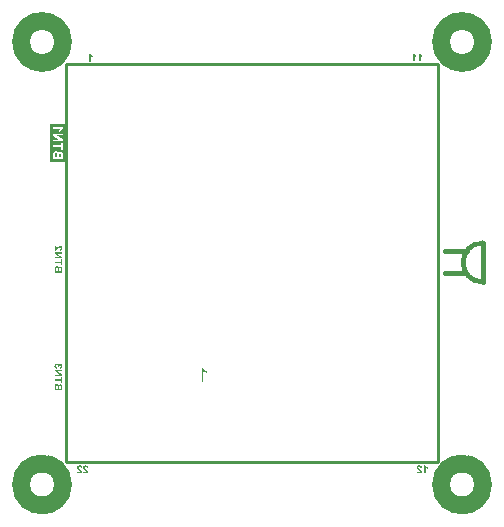
<source format=gbo>
G04*
G04 #@! TF.GenerationSoftware,Altium Limited,Altium Designer,19.0.15 (446)*
G04*
G04 Layer_Color=13813960*
%FSLAX25Y25*%
%MOIN*%
G70*
G01*
G75*
%ADD11C,0.01000*%
%ADD12C,0.06000*%
%ADD90C,0.01500*%
G36*
X-62087Y-40100D02*
X-67300D01*
Y-27200D01*
X-62087D01*
Y-40100D01*
D02*
G37*
G36*
X-64997Y-107210D02*
X-64955Y-107213D01*
X-64878Y-107227D01*
X-64811Y-107249D01*
X-64753Y-107274D01*
X-64728Y-107285D01*
X-64706Y-107299D01*
X-64687Y-107310D01*
X-64670Y-107318D01*
X-64659Y-107330D01*
X-64650Y-107335D01*
X-64645Y-107338D01*
X-64642Y-107341D01*
X-64612Y-107366D01*
X-64584Y-107393D01*
X-64540Y-107449D01*
X-64501Y-107507D01*
X-64473Y-107565D01*
X-64454Y-107612D01*
X-64446Y-107634D01*
X-64440Y-107654D01*
X-64434Y-107668D01*
X-64432Y-107679D01*
X-64429Y-107687D01*
Y-107690D01*
X-64390Y-107626D01*
X-64349Y-107568D01*
X-64304Y-107518D01*
X-64260Y-107476D01*
X-64216Y-107440D01*
X-64171Y-107410D01*
X-64127Y-107388D01*
X-64085Y-107368D01*
X-64047Y-107352D01*
X-64008Y-107341D01*
X-63975Y-107332D01*
X-63947Y-107327D01*
X-63925Y-107324D01*
X-63905Y-107321D01*
X-63894D01*
X-63892D01*
X-63847Y-107324D01*
X-63806Y-107330D01*
X-63764Y-107338D01*
X-63725Y-107349D01*
X-63653Y-107379D01*
X-63592Y-107413D01*
X-63565Y-107429D01*
X-63540Y-107446D01*
X-63517Y-107463D01*
X-63501Y-107476D01*
X-63487Y-107487D01*
X-63476Y-107496D01*
X-63470Y-107501D01*
X-63468Y-107504D01*
X-63426Y-107546D01*
X-63390Y-107590D01*
X-63360Y-107637D01*
X-63332Y-107687D01*
X-63310Y-107734D01*
X-63290Y-107781D01*
X-63276Y-107828D01*
X-63263Y-107875D01*
X-63254Y-107917D01*
X-63246Y-107956D01*
X-63243Y-107992D01*
X-63238Y-108022D01*
Y-108047D01*
X-63235Y-108066D01*
Y-108083D01*
X-63238Y-108161D01*
X-63246Y-108233D01*
X-63260Y-108299D01*
X-63274Y-108354D01*
X-63282Y-108379D01*
X-63290Y-108402D01*
X-63296Y-108421D01*
X-63301Y-108438D01*
X-63307Y-108451D01*
X-63313Y-108460D01*
X-63315Y-108465D01*
Y-108468D01*
X-63349Y-108529D01*
X-63385Y-108582D01*
X-63421Y-108626D01*
X-63457Y-108662D01*
X-63487Y-108692D01*
X-63515Y-108715D01*
X-63531Y-108726D01*
X-63534Y-108731D01*
X-63537D01*
X-63592Y-108764D01*
X-63653Y-108792D01*
X-63714Y-108817D01*
X-63775Y-108836D01*
X-63828Y-108853D01*
X-63850Y-108859D01*
X-63869Y-108864D01*
X-63886Y-108867D01*
X-63897Y-108870D01*
X-63905Y-108872D01*
X-63908D01*
X-63983Y-108421D01*
X-63925Y-108410D01*
X-63872Y-108396D01*
X-63831Y-108379D01*
X-63794Y-108360D01*
X-63767Y-108341D01*
X-63747Y-108327D01*
X-63734Y-108316D01*
X-63731Y-108313D01*
X-63700Y-108277D01*
X-63678Y-108241D01*
X-63664Y-108205D01*
X-63653Y-108172D01*
X-63648Y-108141D01*
X-63642Y-108119D01*
Y-108097D01*
X-63645Y-108050D01*
X-63653Y-108008D01*
X-63667Y-107975D01*
X-63681Y-107945D01*
X-63695Y-107920D01*
X-63709Y-107903D01*
X-63717Y-107892D01*
X-63720Y-107889D01*
X-63750Y-107864D01*
X-63783Y-107845D01*
X-63819Y-107831D01*
X-63850Y-107820D01*
X-63880Y-107814D01*
X-63902Y-107811D01*
X-63919D01*
X-63922D01*
X-63925D01*
X-63980Y-107817D01*
X-64027Y-107828D01*
X-64069Y-107845D01*
X-64105Y-107864D01*
X-64132Y-107886D01*
X-64152Y-107903D01*
X-64163Y-107914D01*
X-64169Y-107920D01*
X-64196Y-107964D01*
X-64218Y-108011D01*
X-64235Y-108061D01*
X-64243Y-108111D01*
X-64249Y-108155D01*
Y-108174D01*
X-64252Y-108191D01*
Y-108224D01*
X-64650Y-108277D01*
X-64637Y-108230D01*
X-64628Y-108186D01*
X-64620Y-108150D01*
X-64617Y-108116D01*
X-64614Y-108089D01*
X-64612Y-108069D01*
Y-108053D01*
X-64617Y-108000D01*
X-64628Y-107953D01*
X-64648Y-107911D01*
X-64667Y-107875D01*
X-64687Y-107848D01*
X-64706Y-107825D01*
X-64717Y-107814D01*
X-64723Y-107809D01*
X-64767Y-107775D01*
X-64814Y-107751D01*
X-64864Y-107734D01*
X-64911Y-107720D01*
X-64952Y-107715D01*
X-64969Y-107712D01*
X-64986D01*
X-65000Y-107709D01*
X-65008D01*
X-65013D01*
X-65016D01*
X-65085Y-107715D01*
X-65146Y-107726D01*
X-65199Y-107742D01*
X-65243Y-107762D01*
X-65279Y-107781D01*
X-65304Y-107798D01*
X-65321Y-107809D01*
X-65326Y-107814D01*
X-65365Y-107856D01*
X-65393Y-107900D01*
X-65412Y-107942D01*
X-65426Y-107983D01*
X-65434Y-108019D01*
X-65437Y-108047D01*
X-65440Y-108058D01*
Y-108072D01*
X-65437Y-108122D01*
X-65426Y-108169D01*
X-65409Y-108210D01*
X-65393Y-108246D01*
X-65376Y-108274D01*
X-65360Y-108296D01*
X-65349Y-108307D01*
X-65346Y-108313D01*
X-65307Y-108346D01*
X-65260Y-108374D01*
X-65215Y-108396D01*
X-65168Y-108410D01*
X-65130Y-108424D01*
X-65096Y-108429D01*
X-65083Y-108432D01*
X-65074Y-108435D01*
X-65069D01*
X-65066D01*
X-65124Y-108908D01*
X-65182Y-108900D01*
X-65241Y-108886D01*
X-65293Y-108870D01*
X-65343Y-108853D01*
X-65390Y-108831D01*
X-65432Y-108809D01*
X-65470Y-108787D01*
X-65506Y-108764D01*
X-65540Y-108739D01*
X-65567Y-108720D01*
X-65592Y-108698D01*
X-65612Y-108681D01*
X-65628Y-108668D01*
X-65639Y-108656D01*
X-65645Y-108648D01*
X-65648Y-108645D01*
X-65684Y-108601D01*
X-65714Y-108554D01*
X-65739Y-108507D01*
X-65764Y-108457D01*
X-65783Y-108410D01*
X-65797Y-108363D01*
X-65811Y-108316D01*
X-65822Y-108271D01*
X-65830Y-108230D01*
X-65836Y-108191D01*
X-65842Y-108155D01*
X-65844Y-108127D01*
Y-108102D01*
X-65847Y-108086D01*
Y-108069D01*
X-65844Y-108003D01*
X-65836Y-107936D01*
X-65825Y-107875D01*
X-65811Y-107817D01*
X-65792Y-107764D01*
X-65772Y-107712D01*
X-65750Y-107665D01*
X-65728Y-107623D01*
X-65709Y-107584D01*
X-65686Y-107551D01*
X-65667Y-107524D01*
X-65648Y-107499D01*
X-65634Y-107479D01*
X-65623Y-107465D01*
X-65614Y-107457D01*
X-65612Y-107454D01*
X-65565Y-107410D01*
X-65517Y-107374D01*
X-65470Y-107341D01*
X-65421Y-107313D01*
X-65373Y-107288D01*
X-65326Y-107269D01*
X-65279Y-107252D01*
X-65235Y-107238D01*
X-65193Y-107227D01*
X-65157Y-107221D01*
X-65124Y-107216D01*
X-65094Y-107210D01*
X-65071D01*
X-65052Y-107208D01*
X-65041D01*
X-65038D01*
X-64997Y-107210D01*
D02*
G37*
G36*
X-63243Y-109803D02*
X-64961D01*
X-63243Y-110856D01*
Y-111354D01*
X-65800D01*
Y-110878D01*
X-64121D01*
X-65800Y-109842D01*
Y-109327D01*
X-63243D01*
Y-109803D01*
D02*
G37*
G36*
Y-113720D02*
X-63675D01*
Y-112961D01*
X-65800D01*
Y-112446D01*
X-63675D01*
Y-111692D01*
X-63243D01*
Y-113720D01*
D02*
G37*
G36*
X-64980Y-113983D02*
X-64905Y-113997D01*
X-64842Y-114019D01*
X-64783Y-114041D01*
X-64761Y-114052D01*
X-64739Y-114063D01*
X-64720Y-114075D01*
X-64703Y-114086D01*
X-64692Y-114094D01*
X-64684Y-114099D01*
X-64678Y-114102D01*
X-64675Y-114105D01*
X-64617Y-114155D01*
X-64570Y-114213D01*
X-64529Y-114274D01*
X-64498Y-114329D01*
X-64473Y-114382D01*
X-64465Y-114404D01*
X-64457Y-114424D01*
X-64451Y-114440D01*
X-64446Y-114451D01*
X-64443Y-114460D01*
Y-114462D01*
X-64412Y-114404D01*
X-64376Y-114351D01*
X-64337Y-114307D01*
X-64301Y-114268D01*
X-64268Y-114238D01*
X-64243Y-114216D01*
X-64232Y-114210D01*
X-64224Y-114205D01*
X-64221Y-114199D01*
X-64218D01*
X-64160Y-114166D01*
X-64105Y-114144D01*
X-64049Y-114127D01*
X-63997Y-114113D01*
X-63952Y-114108D01*
X-63936Y-114105D01*
X-63919D01*
X-63905Y-114102D01*
X-63897D01*
X-63892D01*
X-63889D01*
X-63828Y-114105D01*
X-63772Y-114113D01*
X-63720Y-114127D01*
X-63675Y-114141D01*
X-63639Y-114158D01*
X-63612Y-114169D01*
X-63603Y-114174D01*
X-63595Y-114180D01*
X-63592Y-114182D01*
X-63590D01*
X-63542Y-114213D01*
X-63501Y-114246D01*
X-63465Y-114279D01*
X-63432Y-114310D01*
X-63410Y-114338D01*
X-63390Y-114360D01*
X-63379Y-114374D01*
X-63376Y-114376D01*
Y-114379D01*
X-63349Y-114424D01*
X-63326Y-114471D01*
X-63307Y-114515D01*
X-63293Y-114557D01*
X-63282Y-114593D01*
X-63276Y-114620D01*
X-63274Y-114631D01*
X-63271Y-114640D01*
Y-114645D01*
X-63265Y-114676D01*
X-63263Y-114706D01*
X-63254Y-114778D01*
X-63249Y-114853D01*
X-63246Y-114928D01*
Y-114961D01*
X-63243Y-114994D01*
Y-116119D01*
X-65800D01*
Y-115160D01*
X-65797Y-115080D01*
Y-114944D01*
X-65794Y-114886D01*
Y-114836D01*
X-65792Y-114792D01*
Y-114753D01*
X-65789Y-114723D01*
Y-114695D01*
X-65786Y-114673D01*
Y-114656D01*
X-65783Y-114642D01*
Y-114629D01*
X-65772Y-114554D01*
X-65756Y-114487D01*
X-65736Y-114426D01*
X-65714Y-114376D01*
X-65695Y-114338D01*
X-65686Y-114321D01*
X-65681Y-114307D01*
X-65673Y-114296D01*
X-65667Y-114288D01*
X-65664Y-114285D01*
Y-114282D01*
X-65626Y-114232D01*
X-65581Y-114188D01*
X-65537Y-114149D01*
X-65495Y-114119D01*
X-65459Y-114094D01*
X-65429Y-114075D01*
X-65418Y-114069D01*
X-65409Y-114063D01*
X-65404Y-114061D01*
X-65401D01*
X-65337Y-114033D01*
X-65276Y-114014D01*
X-65221Y-113997D01*
X-65168Y-113989D01*
X-65124Y-113983D01*
X-65105Y-113980D01*
X-65091Y-113978D01*
X-65077D01*
X-65069D01*
X-65063D01*
X-65060D01*
X-65019D01*
X-64980Y-113983D01*
D02*
G37*
G36*
X-63892Y-68019D02*
X-63839Y-68025D01*
X-63789Y-68036D01*
X-63739Y-68050D01*
X-63695Y-68067D01*
X-63653Y-68086D01*
X-63614Y-68105D01*
X-63581Y-68125D01*
X-63548Y-68147D01*
X-63520Y-68166D01*
X-63495Y-68186D01*
X-63476Y-68202D01*
X-63462Y-68216D01*
X-63448Y-68227D01*
X-63443Y-68233D01*
X-63440Y-68235D01*
X-63404Y-68277D01*
X-63374Y-68324D01*
X-63346Y-68371D01*
X-63321Y-68418D01*
X-63301Y-68468D01*
X-63285Y-68518D01*
X-63271Y-68565D01*
X-63260Y-68612D01*
X-63252Y-68656D01*
X-63246Y-68698D01*
X-63240Y-68734D01*
X-63238Y-68765D01*
X-63235Y-68792D01*
Y-68828D01*
X-63238Y-68892D01*
X-63243Y-68953D01*
X-63252Y-69011D01*
X-63263Y-69064D01*
X-63276Y-69116D01*
X-63290Y-69163D01*
X-63307Y-69205D01*
X-63324Y-69247D01*
X-63340Y-69283D01*
X-63357Y-69313D01*
X-63371Y-69341D01*
X-63385Y-69363D01*
X-63396Y-69379D01*
X-63404Y-69393D01*
X-63410Y-69402D01*
X-63412Y-69404D01*
X-63448Y-69446D01*
X-63487Y-69482D01*
X-63531Y-69515D01*
X-63578Y-69543D01*
X-63626Y-69568D01*
X-63675Y-69590D01*
X-63722Y-69609D01*
X-63770Y-69626D01*
X-63814Y-69640D01*
X-63855Y-69651D01*
X-63894Y-69659D01*
X-63928Y-69665D01*
X-63955Y-69670D01*
X-63977Y-69673D01*
X-63988Y-69676D01*
X-63994D01*
X-64041Y-69188D01*
X-64002Y-69186D01*
X-63966Y-69180D01*
X-63902Y-69166D01*
X-63850Y-69150D01*
X-63808Y-69133D01*
X-63775Y-69113D01*
X-63753Y-69100D01*
X-63742Y-69089D01*
X-63736Y-69086D01*
X-63706Y-69050D01*
X-63681Y-69008D01*
X-63664Y-68967D01*
X-63653Y-68928D01*
X-63648Y-68892D01*
X-63642Y-68864D01*
Y-68839D01*
X-63645Y-68784D01*
X-63656Y-68737D01*
X-63670Y-68695D01*
X-63687Y-68659D01*
X-63703Y-68632D01*
X-63717Y-68612D01*
X-63728Y-68598D01*
X-63731Y-68595D01*
X-63767Y-68565D01*
X-63808Y-68543D01*
X-63850Y-68529D01*
X-63889Y-68518D01*
X-63928Y-68512D01*
X-63955Y-68507D01*
X-63966D01*
X-63975D01*
X-63980D01*
X-63983D01*
X-64038Y-68512D01*
X-64094Y-68524D01*
X-64144Y-68540D01*
X-64188Y-68557D01*
X-64227Y-68576D01*
X-64257Y-68593D01*
X-64268Y-68601D01*
X-64276Y-68604D01*
X-64279Y-68609D01*
X-64282D01*
X-64304Y-68626D01*
X-64332Y-68648D01*
X-64362Y-68676D01*
X-64393Y-68704D01*
X-64462Y-68770D01*
X-64531Y-68842D01*
X-64565Y-68875D01*
X-64598Y-68909D01*
X-64626Y-68936D01*
X-64650Y-68964D01*
X-64670Y-68986D01*
X-64687Y-69003D01*
X-64697Y-69014D01*
X-64700Y-69017D01*
X-64770Y-69091D01*
X-64836Y-69158D01*
X-64900Y-69222D01*
X-64958Y-69277D01*
X-65011Y-69327D01*
X-65063Y-69371D01*
X-65108Y-69413D01*
X-65149Y-69446D01*
X-65188Y-69476D01*
X-65218Y-69501D01*
X-65249Y-69524D01*
X-65271Y-69540D01*
X-65288Y-69551D01*
X-65301Y-69562D01*
X-65310Y-69565D01*
X-65312Y-69568D01*
X-65398Y-69615D01*
X-65484Y-69651D01*
X-65567Y-69681D01*
X-65642Y-69704D01*
X-65675Y-69712D01*
X-65706Y-69717D01*
X-65733Y-69723D01*
X-65756Y-69728D01*
X-65775Y-69731D01*
X-65789D01*
X-65797Y-69734D01*
X-65800D01*
Y-68017D01*
X-65346D01*
Y-68992D01*
X-65299Y-68958D01*
X-65276Y-68942D01*
X-65254Y-68928D01*
X-65238Y-68914D01*
X-65224Y-68903D01*
X-65215Y-68895D01*
X-65213Y-68892D01*
X-65199Y-68878D01*
X-65180Y-68862D01*
X-65160Y-68842D01*
X-65138Y-68820D01*
X-65091Y-68773D01*
X-65044Y-68723D01*
X-65000Y-68676D01*
X-64980Y-68654D01*
X-64964Y-68634D01*
X-64950Y-68621D01*
X-64938Y-68609D01*
X-64933Y-68601D01*
X-64930Y-68598D01*
X-64891Y-68557D01*
X-64855Y-68518D01*
X-64819Y-68482D01*
X-64789Y-68449D01*
X-64758Y-68421D01*
X-64734Y-68393D01*
X-64709Y-68371D01*
X-64687Y-68349D01*
X-64650Y-68318D01*
X-64626Y-68294D01*
X-64609Y-68283D01*
X-64603Y-68277D01*
X-64540Y-68230D01*
X-64479Y-68188D01*
X-64423Y-68155D01*
X-64376Y-68127D01*
X-64335Y-68108D01*
X-64318Y-68100D01*
X-64304Y-68091D01*
X-64293Y-68086D01*
X-64282Y-68083D01*
X-64279Y-68080D01*
X-64276D01*
X-64218Y-68058D01*
X-64160Y-68044D01*
X-64105Y-68033D01*
X-64052Y-68025D01*
X-64011Y-68019D01*
X-63991D01*
X-63977Y-68017D01*
X-63964D01*
X-63955D01*
X-63950D01*
X-63947D01*
X-63892Y-68019D01*
D02*
G37*
G36*
X-63243Y-70584D02*
X-64961D01*
X-63243Y-71637D01*
Y-72136D01*
X-65800D01*
Y-71659D01*
X-64121D01*
X-65800Y-70623D01*
Y-70108D01*
X-63243D01*
Y-70584D01*
D02*
G37*
G36*
Y-74501D02*
X-63675D01*
Y-73742D01*
X-65800D01*
Y-73227D01*
X-63675D01*
Y-72474D01*
X-63243D01*
Y-74501D01*
D02*
G37*
G36*
X-64980Y-74764D02*
X-64905Y-74778D01*
X-64842Y-74800D01*
X-64783Y-74822D01*
X-64761Y-74834D01*
X-64739Y-74845D01*
X-64720Y-74856D01*
X-64703Y-74867D01*
X-64692Y-74875D01*
X-64684Y-74881D01*
X-64678Y-74883D01*
X-64675Y-74886D01*
X-64617Y-74936D01*
X-64570Y-74994D01*
X-64529Y-75055D01*
X-64498Y-75111D01*
X-64473Y-75163D01*
X-64465Y-75185D01*
X-64457Y-75205D01*
X-64451Y-75221D01*
X-64446Y-75232D01*
X-64443Y-75241D01*
Y-75244D01*
X-64412Y-75185D01*
X-64376Y-75133D01*
X-64337Y-75088D01*
X-64301Y-75050D01*
X-64268Y-75019D01*
X-64243Y-74997D01*
X-64232Y-74992D01*
X-64224Y-74986D01*
X-64221Y-74980D01*
X-64218D01*
X-64160Y-74947D01*
X-64105Y-74925D01*
X-64049Y-74908D01*
X-63997Y-74894D01*
X-63952Y-74889D01*
X-63936Y-74886D01*
X-63919D01*
X-63905Y-74883D01*
X-63897D01*
X-63892D01*
X-63889D01*
X-63828Y-74886D01*
X-63772Y-74894D01*
X-63720Y-74908D01*
X-63675Y-74922D01*
X-63639Y-74939D01*
X-63612Y-74950D01*
X-63603Y-74955D01*
X-63595Y-74961D01*
X-63592Y-74964D01*
X-63590D01*
X-63542Y-74994D01*
X-63501Y-75028D01*
X-63465Y-75061D01*
X-63432Y-75091D01*
X-63410Y-75119D01*
X-63390Y-75141D01*
X-63379Y-75155D01*
X-63376Y-75158D01*
Y-75160D01*
X-63349Y-75205D01*
X-63326Y-75252D01*
X-63307Y-75296D01*
X-63293Y-75338D01*
X-63282Y-75374D01*
X-63276Y-75401D01*
X-63274Y-75412D01*
X-63271Y-75421D01*
Y-75426D01*
X-63265Y-75457D01*
X-63263Y-75487D01*
X-63254Y-75559D01*
X-63249Y-75634D01*
X-63246Y-75709D01*
Y-75742D01*
X-63243Y-75775D01*
Y-76900D01*
X-65800D01*
Y-75942D01*
X-65797Y-75861D01*
Y-75726D01*
X-65794Y-75667D01*
Y-75617D01*
X-65792Y-75573D01*
Y-75534D01*
X-65789Y-75504D01*
Y-75476D01*
X-65786Y-75454D01*
Y-75437D01*
X-65783Y-75424D01*
Y-75410D01*
X-65772Y-75335D01*
X-65756Y-75269D01*
X-65736Y-75208D01*
X-65714Y-75158D01*
X-65695Y-75119D01*
X-65686Y-75102D01*
X-65681Y-75088D01*
X-65673Y-75077D01*
X-65667Y-75069D01*
X-65664Y-75066D01*
Y-75064D01*
X-65626Y-75014D01*
X-65581Y-74969D01*
X-65537Y-74931D01*
X-65495Y-74900D01*
X-65459Y-74875D01*
X-65429Y-74856D01*
X-65418Y-74850D01*
X-65409Y-74845D01*
X-65404Y-74842D01*
X-65401D01*
X-65337Y-74814D01*
X-65276Y-74795D01*
X-65221Y-74778D01*
X-65168Y-74770D01*
X-65124Y-74764D01*
X-65105Y-74762D01*
X-65091Y-74759D01*
X-65077D01*
X-65069D01*
X-65063D01*
X-65060D01*
X-65019D01*
X-64980Y-74764D01*
D02*
G37*
G36*
X-16321Y-108704D02*
X-16243Y-108819D01*
X-16154Y-108928D01*
X-16066Y-109022D01*
X-15988Y-109110D01*
X-15952Y-109141D01*
X-15926Y-109172D01*
X-15900Y-109198D01*
X-15879Y-109214D01*
X-15868Y-109224D01*
X-15863Y-109230D01*
X-15723Y-109349D01*
X-15572Y-109453D01*
X-15426Y-109552D01*
X-15291Y-109635D01*
X-15234Y-109666D01*
X-15177Y-109698D01*
X-15125Y-109729D01*
X-15083Y-109750D01*
X-15047Y-109765D01*
X-15021Y-109781D01*
X-15005Y-109786D01*
X-15000Y-109791D01*
Y-110358D01*
X-15104Y-110316D01*
X-15213Y-110270D01*
X-15317Y-110218D01*
X-15411Y-110171D01*
X-15494Y-110124D01*
X-15530Y-110108D01*
X-15562Y-110088D01*
X-15588Y-110077D01*
X-15603Y-110067D01*
X-15614Y-110056D01*
X-15619D01*
X-15744Y-109978D01*
X-15853Y-109906D01*
X-15952Y-109838D01*
X-16030Y-109776D01*
X-16097Y-109724D01*
X-16144Y-109687D01*
X-16170Y-109661D01*
X-16180Y-109651D01*
Y-113400D01*
X-16768D01*
Y-108585D01*
X-16388D01*
X-16321Y-108704D01*
D02*
G37*
G36*
X-55442Y-141138D02*
X-55381Y-141143D01*
X-55323Y-141152D01*
X-55270Y-141163D01*
X-55218Y-141176D01*
X-55171Y-141190D01*
X-55129Y-141207D01*
X-55088Y-141224D01*
X-55051Y-141240D01*
X-55021Y-141257D01*
X-54993Y-141271D01*
X-54971Y-141285D01*
X-54955Y-141296D01*
X-54941Y-141304D01*
X-54932Y-141309D01*
X-54930Y-141312D01*
X-54888Y-141348D01*
X-54852Y-141387D01*
X-54819Y-141431D01*
X-54791Y-141479D01*
X-54766Y-141525D01*
X-54744Y-141575D01*
X-54725Y-141622D01*
X-54708Y-141670D01*
X-54694Y-141714D01*
X-54683Y-141755D01*
X-54675Y-141794D01*
X-54669Y-141827D01*
X-54664Y-141855D01*
X-54661Y-141877D01*
X-54658Y-141888D01*
Y-141894D01*
X-55146Y-141941D01*
X-55149Y-141902D01*
X-55154Y-141866D01*
X-55168Y-141803D01*
X-55185Y-141750D01*
X-55201Y-141708D01*
X-55221Y-141675D01*
X-55234Y-141653D01*
X-55245Y-141642D01*
X-55248Y-141636D01*
X-55284Y-141606D01*
X-55326Y-141581D01*
X-55367Y-141564D01*
X-55406Y-141553D01*
X-55442Y-141548D01*
X-55470Y-141542D01*
X-55495D01*
X-55550Y-141545D01*
X-55597Y-141556D01*
X-55639Y-141570D01*
X-55675Y-141586D01*
X-55703Y-141603D01*
X-55722Y-141617D01*
X-55736Y-141628D01*
X-55739Y-141631D01*
X-55769Y-141667D01*
X-55791Y-141708D01*
X-55805Y-141750D01*
X-55816Y-141789D01*
X-55822Y-141827D01*
X-55827Y-141855D01*
Y-141866D01*
Y-141875D01*
Y-141880D01*
Y-141883D01*
X-55822Y-141938D01*
X-55810Y-141994D01*
X-55794Y-142043D01*
X-55777Y-142088D01*
X-55758Y-142127D01*
X-55741Y-142157D01*
X-55733Y-142168D01*
X-55730Y-142176D01*
X-55725Y-142179D01*
Y-142182D01*
X-55708Y-142204D01*
X-55686Y-142232D01*
X-55658Y-142262D01*
X-55630Y-142293D01*
X-55564Y-142362D01*
X-55492Y-142431D01*
X-55459Y-142465D01*
X-55426Y-142498D01*
X-55398Y-142525D01*
X-55370Y-142551D01*
X-55348Y-142570D01*
X-55331Y-142587D01*
X-55320Y-142597D01*
X-55317Y-142600D01*
X-55243Y-142670D01*
X-55176Y-142736D01*
X-55112Y-142800D01*
X-55057Y-142858D01*
X-55007Y-142911D01*
X-54963Y-142963D01*
X-54921Y-143008D01*
X-54888Y-143049D01*
X-54858Y-143088D01*
X-54833Y-143118D01*
X-54811Y-143149D01*
X-54794Y-143171D01*
X-54783Y-143188D01*
X-54772Y-143201D01*
X-54769Y-143210D01*
X-54766Y-143212D01*
X-54719Y-143298D01*
X-54683Y-143384D01*
X-54653Y-143467D01*
X-54631Y-143542D01*
X-54622Y-143575D01*
X-54617Y-143606D01*
X-54611Y-143633D01*
X-54606Y-143656D01*
X-54603Y-143675D01*
Y-143689D01*
X-54600Y-143697D01*
Y-143700D01*
X-56317D01*
Y-143246D01*
X-55342D01*
X-55376Y-143199D01*
X-55392Y-143176D01*
X-55406Y-143154D01*
X-55420Y-143138D01*
X-55431Y-143124D01*
X-55439Y-143115D01*
X-55442Y-143113D01*
X-55456Y-143099D01*
X-55473Y-143079D01*
X-55492Y-143060D01*
X-55514Y-143038D01*
X-55561Y-142991D01*
X-55611Y-142944D01*
X-55658Y-142900D01*
X-55680Y-142880D01*
X-55700Y-142864D01*
X-55713Y-142850D01*
X-55725Y-142839D01*
X-55733Y-142833D01*
X-55736Y-142830D01*
X-55777Y-142791D01*
X-55816Y-142755D01*
X-55852Y-142719D01*
X-55885Y-142689D01*
X-55913Y-142658D01*
X-55941Y-142633D01*
X-55963Y-142609D01*
X-55985Y-142587D01*
X-56015Y-142551D01*
X-56040Y-142525D01*
X-56051Y-142509D01*
X-56057Y-142503D01*
X-56104Y-142440D01*
X-56146Y-142379D01*
X-56179Y-142323D01*
X-56207Y-142276D01*
X-56226Y-142235D01*
X-56234Y-142218D01*
X-56243Y-142204D01*
X-56248Y-142193D01*
X-56251Y-142182D01*
X-56254Y-142179D01*
Y-142176D01*
X-56276Y-142118D01*
X-56290Y-142060D01*
X-56301Y-142005D01*
X-56309Y-141952D01*
X-56315Y-141911D01*
Y-141891D01*
X-56317Y-141877D01*
Y-141864D01*
Y-141855D01*
Y-141850D01*
Y-141847D01*
X-56315Y-141791D01*
X-56309Y-141739D01*
X-56298Y-141689D01*
X-56284Y-141639D01*
X-56267Y-141595D01*
X-56248Y-141553D01*
X-56229Y-141515D01*
X-56209Y-141481D01*
X-56187Y-141448D01*
X-56168Y-141420D01*
X-56148Y-141395D01*
X-56132Y-141376D01*
X-56118Y-141362D01*
X-56107Y-141348D01*
X-56101Y-141343D01*
X-56099Y-141340D01*
X-56057Y-141304D01*
X-56010Y-141273D01*
X-55963Y-141246D01*
X-55916Y-141221D01*
X-55866Y-141201D01*
X-55816Y-141185D01*
X-55769Y-141171D01*
X-55722Y-141160D01*
X-55677Y-141152D01*
X-55636Y-141146D01*
X-55600Y-141140D01*
X-55569Y-141138D01*
X-55542Y-141135D01*
X-55506D01*
X-55442Y-141138D01*
D02*
G37*
G36*
X-57428D02*
X-57367Y-141143D01*
X-57309Y-141152D01*
X-57256Y-141163D01*
X-57204Y-141176D01*
X-57157Y-141190D01*
X-57115Y-141207D01*
X-57074Y-141224D01*
X-57038Y-141240D01*
X-57007Y-141257D01*
X-56979Y-141271D01*
X-56957Y-141285D01*
X-56941Y-141296D01*
X-56927Y-141304D01*
X-56919Y-141309D01*
X-56916Y-141312D01*
X-56874Y-141348D01*
X-56838Y-141387D01*
X-56805Y-141431D01*
X-56777Y-141479D01*
X-56752Y-141525D01*
X-56730Y-141575D01*
X-56711Y-141622D01*
X-56694Y-141670D01*
X-56680Y-141714D01*
X-56669Y-141755D01*
X-56661Y-141794D01*
X-56655Y-141827D01*
X-56650Y-141855D01*
X-56647Y-141877D01*
X-56644Y-141888D01*
Y-141894D01*
X-57132Y-141941D01*
X-57135Y-141902D01*
X-57140Y-141866D01*
X-57154Y-141803D01*
X-57171Y-141750D01*
X-57187Y-141708D01*
X-57207Y-141675D01*
X-57220Y-141653D01*
X-57231Y-141642D01*
X-57234Y-141636D01*
X-57270Y-141606D01*
X-57312Y-141581D01*
X-57353Y-141564D01*
X-57392Y-141553D01*
X-57428Y-141548D01*
X-57456Y-141542D01*
X-57481D01*
X-57536Y-141545D01*
X-57583Y-141556D01*
X-57625Y-141570D01*
X-57661Y-141586D01*
X-57688Y-141603D01*
X-57708Y-141617D01*
X-57722Y-141628D01*
X-57725Y-141631D01*
X-57755Y-141667D01*
X-57777Y-141708D01*
X-57791Y-141750D01*
X-57802Y-141789D01*
X-57808Y-141827D01*
X-57813Y-141855D01*
Y-141866D01*
Y-141875D01*
Y-141880D01*
Y-141883D01*
X-57808Y-141938D01*
X-57797Y-141994D01*
X-57780Y-142043D01*
X-57763Y-142088D01*
X-57744Y-142127D01*
X-57727Y-142157D01*
X-57719Y-142168D01*
X-57716Y-142176D01*
X-57711Y-142179D01*
Y-142182D01*
X-57694Y-142204D01*
X-57672Y-142232D01*
X-57644Y-142262D01*
X-57617Y-142293D01*
X-57550Y-142362D01*
X-57478Y-142431D01*
X-57445Y-142465D01*
X-57411Y-142498D01*
X-57384Y-142525D01*
X-57356Y-142551D01*
X-57334Y-142570D01*
X-57317Y-142587D01*
X-57306Y-142597D01*
X-57304Y-142600D01*
X-57229Y-142670D01*
X-57162Y-142736D01*
X-57099Y-142800D01*
X-57043Y-142858D01*
X-56993Y-142911D01*
X-56949Y-142963D01*
X-56907Y-143008D01*
X-56874Y-143049D01*
X-56844Y-143088D01*
X-56819Y-143118D01*
X-56797Y-143149D01*
X-56780Y-143171D01*
X-56769Y-143188D01*
X-56758Y-143201D01*
X-56755Y-143210D01*
X-56752Y-143212D01*
X-56705Y-143298D01*
X-56669Y-143384D01*
X-56639Y-143467D01*
X-56617Y-143542D01*
X-56608Y-143575D01*
X-56603Y-143606D01*
X-56597Y-143633D01*
X-56592Y-143656D01*
X-56589Y-143675D01*
Y-143689D01*
X-56586Y-143697D01*
Y-143700D01*
X-58303D01*
Y-143246D01*
X-57328D01*
X-57362Y-143199D01*
X-57378Y-143176D01*
X-57392Y-143154D01*
X-57406Y-143138D01*
X-57417Y-143124D01*
X-57425Y-143115D01*
X-57428Y-143113D01*
X-57442Y-143099D01*
X-57459Y-143079D01*
X-57478Y-143060D01*
X-57500Y-143038D01*
X-57547Y-142991D01*
X-57597Y-142944D01*
X-57644Y-142900D01*
X-57666Y-142880D01*
X-57686Y-142864D01*
X-57700Y-142850D01*
X-57711Y-142839D01*
X-57719Y-142833D01*
X-57722Y-142830D01*
X-57763Y-142791D01*
X-57802Y-142755D01*
X-57838Y-142719D01*
X-57871Y-142689D01*
X-57899Y-142658D01*
X-57927Y-142633D01*
X-57949Y-142609D01*
X-57971Y-142587D01*
X-58002Y-142551D01*
X-58026Y-142525D01*
X-58038Y-142509D01*
X-58043Y-142503D01*
X-58090Y-142440D01*
X-58132Y-142379D01*
X-58165Y-142323D01*
X-58193Y-142276D01*
X-58212Y-142235D01*
X-58220Y-142218D01*
X-58229Y-142204D01*
X-58234Y-142193D01*
X-58237Y-142182D01*
X-58240Y-142179D01*
Y-142176D01*
X-58262Y-142118D01*
X-58276Y-142060D01*
X-58287Y-142005D01*
X-58295Y-141952D01*
X-58301Y-141911D01*
Y-141891D01*
X-58303Y-141877D01*
Y-141864D01*
Y-141855D01*
Y-141850D01*
Y-141847D01*
X-58301Y-141791D01*
X-58295Y-141739D01*
X-58284Y-141689D01*
X-58270Y-141639D01*
X-58254Y-141595D01*
X-58234Y-141553D01*
X-58215Y-141515D01*
X-58196Y-141481D01*
X-58173Y-141448D01*
X-58154Y-141420D01*
X-58135Y-141395D01*
X-58118Y-141376D01*
X-58104Y-141362D01*
X-58093Y-141348D01*
X-58087Y-141343D01*
X-58085Y-141340D01*
X-58043Y-141304D01*
X-57996Y-141273D01*
X-57949Y-141246D01*
X-57902Y-141221D01*
X-57852Y-141201D01*
X-57802Y-141185D01*
X-57755Y-141171D01*
X-57708Y-141160D01*
X-57664Y-141152D01*
X-57622Y-141146D01*
X-57586Y-141140D01*
X-57556Y-141138D01*
X-57528Y-141135D01*
X-57492D01*
X-57428Y-141138D01*
D02*
G37*
G36*
X55866D02*
X55927Y-141143D01*
X55985Y-141152D01*
X56037Y-141163D01*
X56090Y-141176D01*
X56137Y-141190D01*
X56179Y-141207D01*
X56220Y-141224D01*
X56256Y-141240D01*
X56287Y-141257D01*
X56314Y-141271D01*
X56337Y-141285D01*
X56353Y-141296D01*
X56367Y-141304D01*
X56375Y-141309D01*
X56378Y-141312D01*
X56420Y-141348D01*
X56456Y-141387D01*
X56489Y-141431D01*
X56517Y-141479D01*
X56542Y-141525D01*
X56564Y-141575D01*
X56583Y-141622D01*
X56600Y-141670D01*
X56614Y-141714D01*
X56625Y-141755D01*
X56633Y-141794D01*
X56639Y-141827D01*
X56644Y-141855D01*
X56647Y-141877D01*
X56650Y-141888D01*
Y-141894D01*
X56162Y-141941D01*
X56159Y-141902D01*
X56154Y-141866D01*
X56140Y-141803D01*
X56123Y-141750D01*
X56107Y-141708D01*
X56087Y-141675D01*
X56073Y-141653D01*
X56062Y-141642D01*
X56060Y-141636D01*
X56024Y-141606D01*
X55982Y-141581D01*
X55941Y-141564D01*
X55902Y-141553D01*
X55866Y-141548D01*
X55838Y-141542D01*
X55813D01*
X55758Y-141545D01*
X55711Y-141556D01*
X55669Y-141570D01*
X55633Y-141586D01*
X55605Y-141603D01*
X55586Y-141617D01*
X55572Y-141628D01*
X55569Y-141631D01*
X55539Y-141667D01*
X55517Y-141708D01*
X55503Y-141750D01*
X55492Y-141789D01*
X55486Y-141827D01*
X55481Y-141855D01*
Y-141866D01*
Y-141875D01*
Y-141880D01*
Y-141883D01*
X55486Y-141938D01*
X55497Y-141994D01*
X55514Y-142043D01*
X55531Y-142088D01*
X55550Y-142127D01*
X55567Y-142157D01*
X55575Y-142168D01*
X55578Y-142176D01*
X55583Y-142179D01*
Y-142182D01*
X55600Y-142204D01*
X55622Y-142232D01*
X55650Y-142262D01*
X55677Y-142293D01*
X55744Y-142362D01*
X55816Y-142431D01*
X55849Y-142465D01*
X55882Y-142498D01*
X55910Y-142525D01*
X55938Y-142551D01*
X55960Y-142570D01*
X55976Y-142587D01*
X55988Y-142597D01*
X55990Y-142600D01*
X56065Y-142670D01*
X56132Y-142736D01*
X56195Y-142800D01*
X56251Y-142858D01*
X56301Y-142911D01*
X56345Y-142963D01*
X56387Y-143008D01*
X56420Y-143049D01*
X56450Y-143088D01*
X56475Y-143118D01*
X56497Y-143149D01*
X56514Y-143171D01*
X56525Y-143188D01*
X56536Y-143201D01*
X56539Y-143210D01*
X56542Y-143212D01*
X56589Y-143298D01*
X56625Y-143384D01*
X56655Y-143467D01*
X56677Y-143542D01*
X56686Y-143575D01*
X56691Y-143606D01*
X56697Y-143633D01*
X56702Y-143656D01*
X56705Y-143675D01*
Y-143689D01*
X56708Y-143697D01*
Y-143700D01*
X54990D01*
Y-143246D01*
X55965D01*
X55932Y-143199D01*
X55916Y-143176D01*
X55902Y-143154D01*
X55888Y-143138D01*
X55877Y-143124D01*
X55869Y-143115D01*
X55866Y-143113D01*
X55852Y-143099D01*
X55835Y-143079D01*
X55816Y-143060D01*
X55794Y-143038D01*
X55747Y-142991D01*
X55697Y-142944D01*
X55650Y-142900D01*
X55628Y-142880D01*
X55608Y-142864D01*
X55594Y-142850D01*
X55583Y-142839D01*
X55575Y-142833D01*
X55572Y-142830D01*
X55531Y-142791D01*
X55492Y-142755D01*
X55456Y-142719D01*
X55423Y-142689D01*
X55395Y-142658D01*
X55367Y-142633D01*
X55345Y-142609D01*
X55323Y-142587D01*
X55292Y-142551D01*
X55267Y-142525D01*
X55256Y-142509D01*
X55251Y-142503D01*
X55204Y-142440D01*
X55162Y-142379D01*
X55129Y-142323D01*
X55101Y-142276D01*
X55082Y-142235D01*
X55073Y-142218D01*
X55065Y-142204D01*
X55060Y-142193D01*
X55057Y-142182D01*
X55054Y-142179D01*
Y-142176D01*
X55032Y-142118D01*
X55018Y-142060D01*
X55007Y-142005D01*
X54999Y-141952D01*
X54993Y-141911D01*
Y-141891D01*
X54990Y-141877D01*
Y-141864D01*
Y-141855D01*
Y-141850D01*
Y-141847D01*
X54993Y-141791D01*
X54999Y-141739D01*
X55010Y-141689D01*
X55024Y-141639D01*
X55040Y-141595D01*
X55060Y-141553D01*
X55079Y-141515D01*
X55098Y-141481D01*
X55121Y-141448D01*
X55140Y-141420D01*
X55159Y-141395D01*
X55176Y-141376D01*
X55190Y-141362D01*
X55201Y-141348D01*
X55207Y-141343D01*
X55209Y-141340D01*
X55251Y-141304D01*
X55298Y-141273D01*
X55345Y-141246D01*
X55392Y-141221D01*
X55442Y-141201D01*
X55492Y-141185D01*
X55539Y-141171D01*
X55586Y-141160D01*
X55630Y-141152D01*
X55672Y-141146D01*
X55708Y-141140D01*
X55738Y-141138D01*
X55766Y-141135D01*
X55802D01*
X55866Y-141138D01*
D02*
G37*
G36*
X57794Y-141179D02*
X57813Y-141221D01*
X57860Y-141298D01*
X57910Y-141368D01*
X57963Y-141429D01*
X57987Y-141456D01*
X58010Y-141479D01*
X58029Y-141501D01*
X58048Y-141517D01*
X58062Y-141531D01*
X58073Y-141539D01*
X58082Y-141545D01*
X58084Y-141548D01*
X58168Y-141609D01*
X58245Y-141658D01*
X58314Y-141700D01*
X58375Y-141730D01*
X58403Y-141744D01*
X58428Y-141755D01*
X58447Y-141764D01*
X58467Y-141772D01*
X58481Y-141778D01*
X58492Y-141780D01*
X58497Y-141783D01*
X58500D01*
Y-142229D01*
X58434Y-142204D01*
X58370Y-142179D01*
X58306Y-142152D01*
X58248Y-142121D01*
X58192Y-142091D01*
X58140Y-142060D01*
X58093Y-142030D01*
X58048Y-141999D01*
X58007Y-141972D01*
X57974Y-141944D01*
X57941Y-141919D01*
X57916Y-141900D01*
X57896Y-141883D01*
X57880Y-141869D01*
X57871Y-141861D01*
X57868Y-141858D01*
Y-143700D01*
X57378D01*
Y-141135D01*
X57777D01*
X57794Y-141179D01*
D02*
G37*
G36*
X56094Y-3979D02*
X56113Y-4021D01*
X56160Y-4098D01*
X56210Y-4168D01*
X56263Y-4229D01*
X56287Y-4256D01*
X56310Y-4279D01*
X56329Y-4301D01*
X56349Y-4317D01*
X56362Y-4331D01*
X56373Y-4339D01*
X56382Y-4345D01*
X56384Y-4348D01*
X56468Y-4409D01*
X56545Y-4459D01*
X56614Y-4500D01*
X56675Y-4530D01*
X56703Y-4544D01*
X56728Y-4555D01*
X56747Y-4564D01*
X56767Y-4572D01*
X56781Y-4578D01*
X56792Y-4580D01*
X56797Y-4583D01*
X56800D01*
Y-5029D01*
X56734Y-5004D01*
X56670Y-4979D01*
X56606Y-4952D01*
X56548Y-4921D01*
X56493Y-4891D01*
X56440Y-4860D01*
X56393Y-4830D01*
X56349Y-4799D01*
X56307Y-4772D01*
X56274Y-4744D01*
X56240Y-4719D01*
X56216Y-4699D01*
X56196Y-4683D01*
X56179Y-4669D01*
X56171Y-4661D01*
X56168Y-4658D01*
Y-6500D01*
X55678D01*
Y-3935D01*
X56077D01*
X56094Y-3979D01*
D02*
G37*
G36*
X54108D02*
X54127Y-4021D01*
X54174Y-4098D01*
X54224Y-4168D01*
X54277Y-4229D01*
X54302Y-4256D01*
X54324Y-4279D01*
X54343Y-4301D01*
X54362Y-4317D01*
X54376Y-4331D01*
X54387Y-4339D01*
X54396Y-4345D01*
X54398Y-4348D01*
X54482Y-4409D01*
X54559Y-4459D01*
X54628Y-4500D01*
X54689Y-4530D01*
X54717Y-4544D01*
X54742Y-4555D01*
X54761Y-4564D01*
X54781Y-4572D01*
X54795Y-4578D01*
X54806Y-4580D01*
X54811Y-4583D01*
X54814D01*
Y-5029D01*
X54747Y-5004D01*
X54684Y-4979D01*
X54620Y-4952D01*
X54562Y-4921D01*
X54506Y-4891D01*
X54454Y-4860D01*
X54407Y-4830D01*
X54362Y-4799D01*
X54321Y-4772D01*
X54288Y-4744D01*
X54254Y-4719D01*
X54229Y-4699D01*
X54210Y-4683D01*
X54193Y-4669D01*
X54185Y-4661D01*
X54182Y-4658D01*
Y-6500D01*
X53692D01*
Y-3935D01*
X54091D01*
X54108Y-3979D01*
D02*
G37*
G36*
X-53806Y-4079D02*
X-53787Y-4121D01*
X-53740Y-4198D01*
X-53690Y-4268D01*
X-53637Y-4329D01*
X-53613Y-4356D01*
X-53590Y-4378D01*
X-53571Y-4401D01*
X-53552Y-4417D01*
X-53538Y-4431D01*
X-53527Y-4439D01*
X-53518Y-4445D01*
X-53515Y-4448D01*
X-53432Y-4509D01*
X-53355Y-4558D01*
X-53286Y-4600D01*
X-53225Y-4631D01*
X-53197Y-4644D01*
X-53172Y-4656D01*
X-53153Y-4664D01*
X-53133Y-4672D01*
X-53119Y-4678D01*
X-53108Y-4680D01*
X-53103Y-4683D01*
X-53100D01*
Y-5129D01*
X-53167Y-5104D01*
X-53230Y-5079D01*
X-53294Y-5052D01*
X-53352Y-5021D01*
X-53408Y-4991D01*
X-53460Y-4960D01*
X-53507Y-4930D01*
X-53552Y-4899D01*
X-53593Y-4871D01*
X-53626Y-4844D01*
X-53659Y-4819D01*
X-53685Y-4800D01*
X-53704Y-4783D01*
X-53720Y-4769D01*
X-53729Y-4761D01*
X-53732Y-4758D01*
Y-6600D01*
X-54222D01*
Y-4035D01*
X-53823D01*
X-53806Y-4079D01*
D02*
G37*
%LPC*%
G36*
X-63087Y-28475D02*
X-66300D01*
Y-29880D01*
X-63087D01*
X-63899D01*
Y-29877D01*
X-63895Y-29870D01*
X-63892Y-29856D01*
X-63885Y-29839D01*
X-63875Y-29814D01*
X-63864Y-29790D01*
X-63850Y-29759D01*
X-63833Y-29724D01*
X-63795Y-29648D01*
X-63743Y-29561D01*
X-63680Y-29464D01*
X-63604Y-29360D01*
X-63600Y-29356D01*
X-63593Y-29346D01*
X-63583Y-29332D01*
X-63566Y-29315D01*
X-63545Y-29290D01*
X-63517Y-29266D01*
X-63489Y-29238D01*
X-63455Y-29207D01*
X-63378Y-29141D01*
X-63292Y-29079D01*
X-63194Y-29020D01*
X-63142Y-28995D01*
X-63087Y-28975D01*
Y-28475D01*
D02*
G37*
G36*
X-63097Y-30592D02*
X-66300D01*
Y-31237D01*
X-64197Y-32535D01*
X-66300D01*
Y-33132D01*
X-63097D01*
Y-30592D01*
D02*
G37*
G36*
Y-33555D02*
X-63639D01*
Y-34499D01*
X-66300D01*
Y-33555D01*
Y-36095D01*
X-63097D01*
Y-33555D01*
D02*
G37*
G36*
X-65321Y-36418D02*
X-65412D01*
X-65429Y-36421D01*
X-65453Y-36425D01*
X-65509Y-36432D01*
X-65575Y-36442D01*
X-65644Y-36463D01*
X-65720Y-36487D01*
X-65800Y-36522D01*
X-65804D01*
X-65811Y-36525D01*
X-65821Y-36532D01*
X-65835Y-36539D01*
X-65873Y-36563D01*
X-65918Y-36595D01*
X-65970Y-36633D01*
X-66026Y-36681D01*
X-66081Y-36737D01*
X-66130Y-36799D01*
Y-36803D01*
X-66133Y-36806D01*
X-66140Y-36817D01*
X-66151Y-36831D01*
X-66158Y-36848D01*
X-66168Y-36869D01*
X-66192Y-36917D01*
X-66220Y-36980D01*
X-66245Y-37056D01*
X-66265Y-37139D01*
X-66279Y-37233D01*
Y-37251D01*
X-66283Y-37268D01*
Y-37289D01*
X-66286Y-37316D01*
Y-37351D01*
X-66290Y-37389D01*
Y-37438D01*
X-66293Y-37493D01*
Y-37556D01*
X-66296Y-37629D01*
Y-37799D01*
X-66300Y-37899D01*
Y-39100D01*
X-63097D01*
Y-37691D01*
X-63101Y-37650D01*
Y-37608D01*
X-63104Y-37514D01*
X-63111Y-37420D01*
X-63121Y-37330D01*
X-63125Y-37292D01*
X-63132Y-37254D01*
Y-37247D01*
X-63135Y-37237D01*
X-63139Y-37223D01*
X-63146Y-37188D01*
X-63160Y-37143D01*
X-63177Y-37091D01*
X-63201Y-37035D01*
X-63229Y-36976D01*
X-63264Y-36921D01*
Y-36917D01*
X-63267Y-36914D01*
X-63281Y-36897D01*
X-63305Y-36869D01*
X-63333Y-36834D01*
X-63375Y-36796D01*
X-63420Y-36754D01*
X-63472Y-36713D01*
X-63531Y-36674D01*
X-63534D01*
X-63538Y-36671D01*
X-63548Y-36664D01*
X-63559Y-36657D01*
X-63593Y-36643D01*
X-63639Y-36622D01*
X-63694Y-36605D01*
X-63760Y-36588D01*
X-63829Y-36577D01*
X-63906Y-36574D01*
X-63909D01*
X-63916D01*
X-63927D01*
X-63944Y-36577D01*
X-63965D01*
X-63986Y-36581D01*
X-64041Y-36588D01*
X-64107Y-36605D01*
X-64176Y-36626D01*
X-64246Y-36654D01*
X-64319Y-36695D01*
X-64322D01*
X-64326Y-36702D01*
X-64336Y-36709D01*
X-64350Y-36716D01*
X-64381Y-36744D01*
X-64423Y-36782D01*
X-64468Y-36831D01*
X-64516Y-36886D01*
X-64561Y-36952D01*
X-64600Y-37025D01*
Y-37021D01*
X-64603Y-37011D01*
X-64610Y-36997D01*
X-64617Y-36976D01*
X-64627Y-36952D01*
X-64638Y-36924D01*
X-64669Y-36858D01*
X-64707Y-36789D01*
X-64759Y-36713D01*
X-64818Y-36640D01*
X-64891Y-36577D01*
X-64895Y-36574D01*
X-64902Y-36570D01*
X-64912Y-36563D01*
X-64926Y-36553D01*
X-64947Y-36539D01*
X-64971Y-36525D01*
X-64999Y-36511D01*
X-65026Y-36498D01*
X-65099Y-36470D01*
X-65179Y-36442D01*
X-65273Y-36425D01*
X-65321Y-36418D01*
D02*
G37*
%LPD*%
G36*
X-63996Y-29092D02*
X-64006Y-29103D01*
X-64024Y-29124D01*
X-64044Y-29148D01*
X-64069Y-29179D01*
X-64100Y-29221D01*
X-64135Y-29263D01*
X-64169Y-29315D01*
X-64208Y-29370D01*
X-64246Y-29429D01*
X-64284Y-29495D01*
X-64322Y-29564D01*
X-64360Y-29637D01*
X-64395Y-29717D01*
X-64426Y-29797D01*
X-64457Y-29880D01*
X-66300D01*
Y-29089D01*
X-63992D01*
X-63996Y-29092D01*
D02*
G37*
G36*
X-63097Y-32507D02*
X-65249Y-31188D01*
X-63097D01*
Y-32507D01*
D02*
G37*
G36*
X-63639Y-36095D02*
X-66300D01*
Y-35144D01*
X-63639D01*
Y-36095D01*
D02*
G37*
G36*
X-63944Y-37205D02*
X-63913Y-37212D01*
X-63875Y-37223D01*
X-63833Y-37237D01*
X-63795Y-37257D01*
X-63757Y-37285D01*
X-63753Y-37289D01*
X-63743Y-37299D01*
X-63725Y-37320D01*
X-63708Y-37348D01*
X-63687Y-37382D01*
X-63670Y-37424D01*
X-63656Y-37473D01*
X-63645Y-37532D01*
Y-37542D01*
X-63642Y-37552D01*
Y-37584D01*
X-63639Y-37608D01*
Y-37667D01*
X-63635Y-37709D01*
Y-37802D01*
X-63632Y-37861D01*
Y-38455D01*
X-64371D01*
Y-37830D01*
X-64367Y-37750D01*
Y-37674D01*
X-64364Y-37639D01*
Y-37608D01*
X-64360Y-37580D01*
Y-37552D01*
X-64357Y-37532D01*
X-64350Y-37500D01*
X-64339Y-37466D01*
X-64326Y-37424D01*
X-64305Y-37379D01*
X-64280Y-37337D01*
X-64249Y-37299D01*
X-64246Y-37296D01*
X-64232Y-37285D01*
X-64211Y-37268D01*
X-64180Y-37251D01*
X-64145Y-37233D01*
X-64100Y-37216D01*
X-64051Y-37205D01*
X-63996Y-37202D01*
X-63989D01*
X-63972D01*
X-63944Y-37205D01*
D02*
G37*
G36*
X-65290Y-37087D02*
X-65259Y-37094D01*
X-65221Y-37101D01*
X-65179Y-37115D01*
X-65137Y-37132D01*
X-65099Y-37157D01*
X-65096Y-37160D01*
X-65082Y-37171D01*
X-65065Y-37185D01*
X-65044Y-37209D01*
X-65020Y-37237D01*
X-64995Y-37271D01*
X-64974Y-37313D01*
X-64954Y-37358D01*
X-64950Y-37365D01*
Y-37372D01*
X-64947Y-37386D01*
X-64943Y-37403D01*
X-64940Y-37424D01*
X-64933Y-37448D01*
X-64929Y-37479D01*
X-64926Y-37514D01*
X-64919Y-37556D01*
X-64916Y-37604D01*
X-64912Y-37657D01*
X-64908Y-37716D01*
Y-37781D01*
X-64905Y-37854D01*
Y-38455D01*
X-65759D01*
Y-37743D01*
X-65755Y-37670D01*
Y-37594D01*
X-65752Y-37521D01*
X-65748Y-37490D01*
Y-37459D01*
X-65745Y-37434D01*
X-65741Y-37414D01*
Y-37407D01*
X-65734Y-37389D01*
X-65727Y-37361D01*
X-65714Y-37330D01*
X-65696Y-37292D01*
X-65675Y-37254D01*
X-65648Y-37212D01*
X-65613Y-37178D01*
X-65610Y-37174D01*
X-65596Y-37164D01*
X-65571Y-37146D01*
X-65540Y-37129D01*
X-65502Y-37115D01*
X-65457Y-37098D01*
X-65401Y-37087D01*
X-65342Y-37084D01*
X-65335D01*
X-65318D01*
X-65290Y-37087D01*
D02*
G37*
%LPC*%
G36*
X-63941Y-114604D02*
X-63955D01*
X-63961D01*
X-64005Y-114606D01*
X-64044Y-114615D01*
X-64080Y-114629D01*
X-64108Y-114642D01*
X-64132Y-114656D01*
X-64149Y-114670D01*
X-64160Y-114678D01*
X-64163Y-114681D01*
X-64188Y-114712D01*
X-64207Y-114745D01*
X-64224Y-114781D01*
X-64235Y-114814D01*
X-64243Y-114842D01*
X-64249Y-114867D01*
X-64252Y-114883D01*
Y-114906D01*
X-64254Y-114928D01*
Y-114953D01*
X-64257Y-114980D01*
Y-115041D01*
X-64260Y-115105D01*
Y-115603D01*
X-63670D01*
Y-115130D01*
X-63673Y-115083D01*
Y-115008D01*
X-63675Y-114975D01*
Y-114928D01*
X-63678Y-114908D01*
Y-114883D01*
X-63681Y-114875D01*
Y-114867D01*
X-63689Y-114820D01*
X-63700Y-114781D01*
X-63714Y-114748D01*
X-63731Y-114720D01*
X-63745Y-114698D01*
X-63758Y-114681D01*
X-63767Y-114673D01*
X-63770Y-114670D01*
X-63800Y-114648D01*
X-63831Y-114631D01*
X-63864Y-114620D01*
X-63894Y-114612D01*
X-63919Y-114606D01*
X-63941Y-114604D01*
D02*
G37*
G36*
X-65016Y-114509D02*
X-65030D01*
X-65035D01*
X-65083Y-114512D01*
X-65127Y-114521D01*
X-65163Y-114534D01*
X-65193Y-114545D01*
X-65218Y-114559D01*
X-65238Y-114573D01*
X-65249Y-114581D01*
X-65251Y-114584D01*
X-65279Y-114612D01*
X-65301Y-114645D01*
X-65318Y-114676D01*
X-65332Y-114706D01*
X-65343Y-114731D01*
X-65349Y-114753D01*
X-65354Y-114767D01*
Y-114773D01*
X-65357Y-114789D01*
X-65360Y-114809D01*
Y-114833D01*
X-65362Y-114858D01*
X-65365Y-114917D01*
Y-114978D01*
X-65368Y-115036D01*
Y-115603D01*
X-64687D01*
Y-115124D01*
X-64689Y-115066D01*
Y-115014D01*
X-64692Y-114966D01*
X-64695Y-114925D01*
X-64697Y-114886D01*
X-64703Y-114853D01*
X-64706Y-114825D01*
X-64709Y-114800D01*
X-64714Y-114781D01*
X-64717Y-114764D01*
X-64720Y-114750D01*
X-64723Y-114739D01*
Y-114734D01*
X-64725Y-114728D01*
X-64742Y-114692D01*
X-64758Y-114659D01*
X-64778Y-114631D01*
X-64797Y-114609D01*
X-64814Y-114590D01*
X-64828Y-114579D01*
X-64839Y-114570D01*
X-64842Y-114568D01*
X-64872Y-114548D01*
X-64905Y-114534D01*
X-64938Y-114523D01*
X-64969Y-114518D01*
X-64994Y-114512D01*
X-65016Y-114509D01*
D02*
G37*
G36*
X-63941Y-75385D02*
X-63955D01*
X-63961D01*
X-64005Y-75388D01*
X-64044Y-75396D01*
X-64080Y-75410D01*
X-64108Y-75424D01*
X-64132Y-75437D01*
X-64149Y-75451D01*
X-64160Y-75460D01*
X-64163Y-75462D01*
X-64188Y-75493D01*
X-64207Y-75526D01*
X-64224Y-75562D01*
X-64235Y-75595D01*
X-64243Y-75623D01*
X-64249Y-75648D01*
X-64252Y-75665D01*
Y-75687D01*
X-64254Y-75709D01*
Y-75734D01*
X-64257Y-75761D01*
Y-75823D01*
X-64260Y-75886D01*
Y-76385D01*
X-63670D01*
Y-75911D01*
X-63673Y-75864D01*
Y-75789D01*
X-63675Y-75756D01*
Y-75709D01*
X-63678Y-75690D01*
Y-75665D01*
X-63681Y-75656D01*
Y-75648D01*
X-63689Y-75601D01*
X-63700Y-75562D01*
X-63714Y-75529D01*
X-63731Y-75501D01*
X-63745Y-75479D01*
X-63758Y-75462D01*
X-63767Y-75454D01*
X-63770Y-75451D01*
X-63800Y-75429D01*
X-63831Y-75412D01*
X-63864Y-75401D01*
X-63894Y-75393D01*
X-63919Y-75388D01*
X-63941Y-75385D01*
D02*
G37*
G36*
X-65016Y-75291D02*
X-65030D01*
X-65035D01*
X-65083Y-75293D01*
X-65127Y-75302D01*
X-65163Y-75316D01*
X-65193Y-75327D01*
X-65218Y-75340D01*
X-65238Y-75354D01*
X-65249Y-75363D01*
X-65251Y-75365D01*
X-65279Y-75393D01*
X-65301Y-75426D01*
X-65318Y-75457D01*
X-65332Y-75487D01*
X-65343Y-75512D01*
X-65349Y-75534D01*
X-65354Y-75548D01*
Y-75554D01*
X-65357Y-75570D01*
X-65360Y-75590D01*
Y-75615D01*
X-65362Y-75640D01*
X-65365Y-75698D01*
Y-75759D01*
X-65368Y-75817D01*
Y-76385D01*
X-64687D01*
Y-75906D01*
X-64689Y-75847D01*
Y-75795D01*
X-64692Y-75748D01*
X-64695Y-75706D01*
X-64697Y-75667D01*
X-64703Y-75634D01*
X-64706Y-75606D01*
X-64709Y-75582D01*
X-64714Y-75562D01*
X-64717Y-75546D01*
X-64720Y-75532D01*
X-64723Y-75520D01*
Y-75515D01*
X-64725Y-75510D01*
X-64742Y-75473D01*
X-64758Y-75440D01*
X-64778Y-75412D01*
X-64797Y-75390D01*
X-64814Y-75371D01*
X-64828Y-75360D01*
X-64839Y-75352D01*
X-64842Y-75349D01*
X-64872Y-75329D01*
X-64905Y-75316D01*
X-64938Y-75305D01*
X-64969Y-75299D01*
X-64994Y-75293D01*
X-65016Y-75291D01*
D02*
G37*
%LPD*%
D11*
X62000Y-140091D02*
Y-7335D01*
X-62094Y-140091D02*
X62000D01*
X-62094D02*
Y-7335D01*
X62000D01*
D12*
X77000Y0D02*
G03*
X77000Y0I-7000J0D01*
G01*
Y-147500D02*
G03*
X77000Y-147500I-7000J0D01*
G01*
X-63000Y0D02*
G03*
X-63000Y0I-7000J0D01*
G01*
Y-147500D02*
G03*
X-63000Y-147500I-7000J0D01*
G01*
D90*
X76900Y-67000D02*
G03*
X76900Y-80000I0J-6500D01*
G01*
X64400Y-76900D02*
X71300D01*
X64400Y-69800D02*
X71500D01*
X76900Y-80000D02*
Y-67000D01*
M02*

</source>
